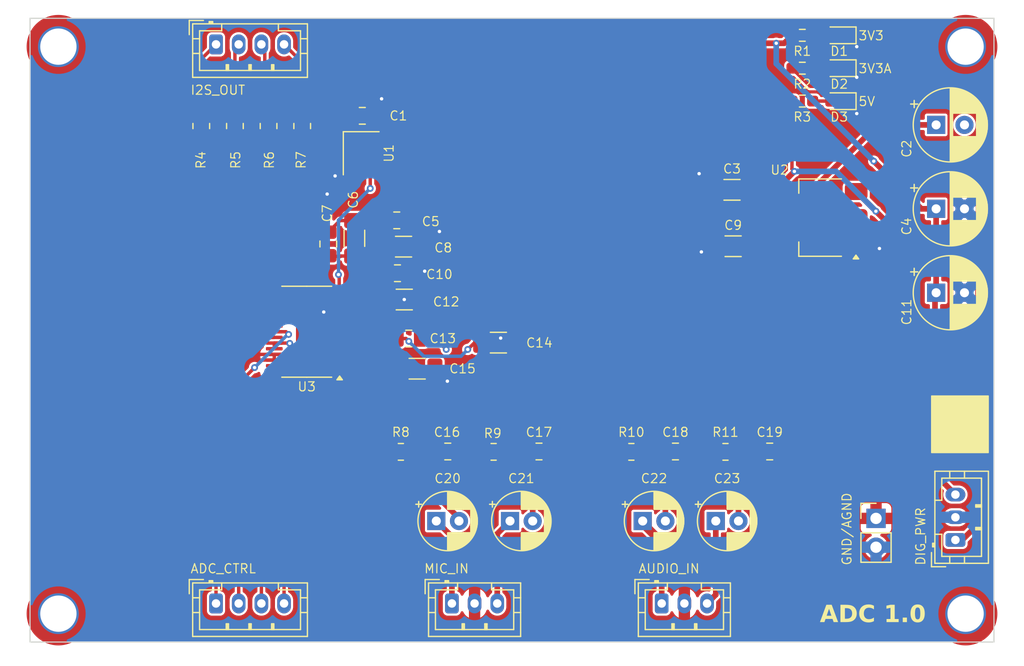
<source format=kicad_pcb>
(kicad_pcb (version 20240108) (generator "pcbnew") (generator_version "8.0")
  (layers (0 "F.Cu" signal) (31 "B.Cu" signal) (34 "B.Paste" user) (35 "F.Paste" user) (36 "B.SilkS" user "B.Silkscreen") (37 "F.SilkS" user "F.Silkscreen") (38 "B.Mask" user) (39 "F.Mask" user) (44 "Edge.Cuts" user))
  (net 0 "")
  (net 1 "GND")
  (net 2 "AGND")
  (net 3 "3V3")
  (net 4 "RIGHT_IN")
  (net 5 "LEFT_IN")
  (net 6 "5V")
  (net 7 "I2S_DATA_OUT")
  (net 8 "I2S_MCLK_OUT")
  (net 9 "I2S_BCLK_OUT")
  (net 10 "SDA")
  (net 11 "SCL")
  (net 12 "3V3A")
  (net 13 "LDO")
  (net 14 "VREF")
  (net 15 "INT")
  (net 16 "I2S_LRCLK_OUT")
  (net 17 "Net-(D1-A)")
  (net 18 "Net-(C20-Pad2)")
  (net 19 "ADC_INT")
  (net 20 "ADC_GPIO1")
  (net 21 "GNDA")
  (net 22 "Net-(D2-A)")
  (net 23 "Net-(D3-A)")
  (net 24 "SCLKI")
  (net 25 "MIC_LEFT_IN")
  (net 26 "Net-(C21-Pad2)")
  (net 27 "Net-(C22-Pad2)")
  (net 28 "MIC_RIGHT_IN")
  (net 29 "Net-(U3-VINL2)")
  (net 30 "Net-(U3-VINR2)")
  (net 31 "Net-(U3-VINL1)")
  (net 32 "Net-(U3-VINR1)")
  (net 33 "Net-(C23-Pad2)")
  (net 34 "Net-(U3-MOSI{slash}GPIO0{slash}DMIN2)")
  (net 35 "Net-(U3-BCLK)")
  (net 36 "Net-(U3-LRCLK)")
  (net 37 "Net-(U3-DOUT)")
  (footprint "Connector_PinHeader_2.54mm:PinHeader_1x02_P2.54mm_Vertical" (layer "F.Cu") (at 161.0364 105.265)
    (property "Reference" "J2" (hide yes))
    (property "Value" "Conn_01x02_Male")
    (pad "1" thru_hole rect (at 0 0) (size 1.7 1.7) (drill 1) (layers "*.Cu" "*.Mask") (net 2 "AGND"))
    (pad "2" thru_hole oval (at 0 2.54) (size 1.7 1.7) (drill 1) (layers "*.Cu" "*.Mask") (net 1 "GND"))
  )
  (footprint "Connector_JST:JST_PH_B3B-PH-K_1x03_P2.00mm_Vertical" (layer "F.Cu") (at 142.1364 112.765)
    (property "Reference" "J6" (hide yes))
    (property "Value" "Conn_01x03_Pin")
    (pad "1" thru_hole roundrect (at 0 0) (size 1.2 1.75) (drill 0.75) (layers "*.Cu" "*.Mask") (roundrect_rratio 0.208333) (net 5 "LEFT_IN"))
    (pad "2" thru_hole oval (at 2 0) (size 1.2 1.75) (drill 0.75) (layers "*.Cu" "*.Mask") (net 2 "AGND"))
    (pad "3" thru_hole oval (at 4 0) (size 1.2 1.75) (drill 0.75) (layers "*.Cu" "*.Mask") (net 4 "RIGHT_IN"))
  )
  (footprint "Capacitor_SMD:C_1206_3216Metric_Pad1.33x1.80mm_HandSolder" (layer "F.Cu") (at 119.3739 81.3025)
    (property "Reference" "C8" (at 3.5 0.1 0) (layer "F.SilkS") (effects (font (size 0.8 0.8) (thickness 0.1))))
    (property "Value" "10u")
    (pad "1" smd roundrect (at -1.5625 0) (size 1.325 1.8) (layers "F.Cu" "F.Paste" "F.Mask") (roundrect_rratio 0.188679) (net 3 "3V3"))
    (pad "2" smd roundrect (at 1.5625 0) (size 1.325 1.8) (layers "F.Cu" "F.Paste" "F.Mask") (roundrect_rratio 0.188679) (net 1 "GND"))
  )
  (footprint "MountingHole:MountingHole_3.2mm_M3_DIN965_Pad_TopOnly" (layer "F.Cu") (at 168.9364 113.665)
    (property "Reference" "H4" (hide yes))
    (property "Value" "MountingHole")
    (pad "1" thru_hole circle (at 0 0) (size 3.6 3.6) (drill 3.2) (layers "*.Cu" "*.Mask"))
    (pad "1" connect circle (at 0 0) (size 5.6 5.6) (layers "F.Cu" "F.Mask"))
  )
  (footprint "Resistor_SMD:R_0603_1608Metric_Pad0.98x0.95mm_HandSolder" (layer "F.Cu") (at 154.5364 65.565 180)
    (property "Reference" "R2" (at 0 -1.4 0) (layer "F.SilkS") (effects (font (size 0.8 0.8) (thickness 0.1))))
    (property "Value" "650R")
    (pad "1" smd roundrect (at -0.9125 0 180) (size 0.975 0.95) (layers "F.Cu" "F.Paste" "F.Mask") (net 22 "Net-(D2-A)"))
    (pad "2" smd roundrect (at 0.9125 0 180) (size 0.975 0.95) (layers "F.Cu" "F.Paste" "F.Mask") (net 12 "3V3A"))
  )
  (footprint "Package_TO_SOT_SMD:SOT-223-3_TabPin2" (layer "F.Cu") (at 156.1364 78.74 180)
    (property "Reference" "U2" (at 3.6 4.2 0) (layer "F.SilkS") (effects (font (size 0.8 0.8) (thickness 0.1))))
    (property "Value" "ZLDO1117QG33TA")
    (pad "1" smd roundrect (at -3.15 -2.3 180) (size 2 1.5) (layers "F.Cu" "F.Paste" "F.Mask") (net 1 "GND"))
    (pad "2" smd roundrect (at -3.15 0 180) (size 2 1.5) (layers "F.Cu" "F.Paste" "F.Mask") (net 12 "3V3A"))
    (pad "2" smd roundrect (at 3.15 0 180) (size 2 3.8) (layers "F.Cu" "F.Paste" "F.Mask") (net 12 "3V3A"))
    (pad "3" smd roundrect (at -3.15 2.3 180) (size 2 1.5) (layers "F.Cu" "F.Paste" "F.Mask") (net 6 "5V"))
  )
  (footprint "Capacitor_SMD:C_0805_2012Metric_Pad1.18x1.45mm_HandSolder" (layer "F.Cu") (at 131.316512 99.365)
    (property "Reference" "C17" (at 0 -1.7 360) (layer "F.SilkS") (effects (font (size 0.8 0.8) (thickness 0.1))))
    (property "Value" "10n C0G")
    (pad "1" smd roundrect (at -1.0375 0) (size 1.175 1.45) (layers "F.Cu" "F.Paste" "F.Mask") (roundrect_rratio 0.212766) (net 30 "Net-(U3-VINR2)"))
    (pad "2" smd roundrect (at 1.0375 0) (size 1.175 1.45) (layers "F.Cu" "F.Paste" "F.Mask") (roundrect_rratio 0.212766) (net 2 "AGND"))
  )
  (footprint "Capacitor_THT:CP_Radial_D5.0mm_P2.00mm" (layer "F.Cu") (at 146.906288 105.495)
    (property "Reference" "C23" (at 1 -3.75 0) (layer "F.SilkS") (effects (font (size 0.8 0.8) (thickness 0.1))))
    (property "Value" "10u NICHICON 25V")
    (pad "1" thru_hole rect (at 0 0) (size 1.6 1.6) (drill 0.8) (layers "*.Cu" "*.Mask") (net 4 "RIGHT_IN"))
    (pad "2" thru_hole circle (at 2 0) (size 1.6 1.6) (drill 0.8) (layers "*.Cu" "*.Mask") (net 33 "Net-(C23-Pad2)"))
  )
  (footprint "Resistor_SMD:R_0603_1608Metric_Pad0.98x0.95mm_HandSolder" (layer "F.Cu") (at 154.5364 62.665 180)
    (property "Reference" "R1" (at 0 -1.4 0) (layer "F.SilkS") (effects (font (size 0.8 0.8) (thickness 0.1))))
    (property "Value" "150R")
    (pad "1" smd roundrect (at -0.9125 0 180) (size 0.975 0.95) (layers "F.Cu" "F.Paste" "F.Mask") (net 17 "Net-(D1-A)"))
    (pad "2" smd roundrect (at 0.9125 0 180) (size 0.975 0.95) (layers "F.Cu" "F.Paste" "F.Mask") (net 3 "3V3"))
  )
  (footprint "Oscillator:Oscillator_SMD_Abracon_ASE-4Pin_3.2x2.5mm" (layer "F.Cu") (at 115.6364 73.065 -90)
    (property "Reference" "U1" (at 0 -2.45 90) (layer "F.SilkS") (effects (font (size 0.8 0.8) (thickness 0.1))))
    (property "Value" "ASDMB-xxxMHz")
    (pad "1" smd rect (at -1.05 0.825 270) (size 1.3 1.1) (layers "F.Cu" "F.Paste" "F.Mask") (net 3 "3V3"))
    (pad "2" smd rect (at 1.05 0.825 270) (size 1.3 1.1) (layers "F.Cu" "F.Paste" "F.Mask") (net 1 "GND"))
    (pad "3" smd rect (at 1.05 -0.825 270) (size 1.3 1.1) (layers "F.Cu" "F.Paste" "F.Mask") (net 24 "SCLKI"))
    (pad "4" smd rect (at -1.05 -0.825 270) (size 1.3 1.1) (layers "F.Cu" "F.Paste" "F.Mask") (net 3 "3V3"))
  )
  (footprint "Capacitor_SMD:C_0805_2012Metric_Pad1.18x1.45mm_HandSolder" (layer "F.Cu") (at 151.6614 99.365)
    (property "Reference" "C19" (at 0 -1.7 0) (layer "F.SilkS") (effects (font (size 0.8 0.8) (thickness 0.1))))
    (property "Value" "10n C0G")
    (pad "1" smd roundrect (at -1.0375 0) (size 1.175 1.45) (layers "F.Cu" "F.Paste" "F.Mask") (roundrect_rratio 0.212766) (net 32 "Net-(U3-VINR1)"))
    (pad "2" smd roundrect (at 1.0375 0) (size 1.175 1.45) (layers "F.Cu" "F.Paste" "F.Mask") (roundrect_rratio 0.212766) (net 2 "AGND"))
  )
  (footprint "Capacitor_SMD:C_1206_3216Metric_Pad1.33x1.80mm_HandSolder" (layer "F.Cu") (at 115.0364 80.565 90)
    (property "Reference" "C6" (at 3.4 -0.1 90) (layer "F.SilkS") (effects (font (size 0.8 0.8) (thickness 0.1))))
    (property "Value" "10u")
    (pad "1" smd roundrect (at -1.5625 0 90) (size 1.325 1.8) (layers "F.Cu" "F.Paste" "F.Mask") (roundrect_rratio 0.188679) (net 3 "3V3"))
    (pad "2" smd roundrect (at 1.5625 0 90) (size 1.325 1.8) (layers "F.Cu" "F.Paste" "F.Mask") (roundrect_rratio 0.188679) (net 1 "GND"))
  )
  (footprint "Capacitor_SMD:C_1206_3216Metric_Pad1.33x1.80mm_HandSolder" (layer "F.Cu") (at 127.7364 89.765)
    (property "Reference" "C14" (at 3.613006 0.021266 0) (layer "F.SilkS") (effects (font (size 0.8 0.8) (thickness 0.1))))
    (property "Value" "10u")
    (pad "1" smd roundrect (at -1.5625 0) (size 1.325 1.8) (layers "F.Cu" "F.Paste" "F.Mask") (roundrect_rratio 0.188679) (net 12 "3V3A"))
    (pad "2" smd roundrect (at 1.5625 0) (size 1.325 1.8) (layers "F.Cu" "F.Paste" "F.Mask") (roundrect_rratio 0.188679) (net 1 "GND"))
  )
  (footprint "Resistor_SMD:R_0805_2012Metric_Pad1.20x1.40mm_HandSolder" (layer "F.Cu") (at 104.503066 70.665 90)
    (property "Reference" "R5" (at -3 0.066668 90) (layer "F.SilkS") (effects (font (size 0.8 0.8) (thickness 0.1))))
    (property "Value" "22R")
    (pad "1" smd roundrect (at -1 0 90) (size 1.2 1.4) (layers "F.Cu" "F.Paste" "F.Mask") (roundrect_rratio 0.208333) (net 35 "Net-(U3-BCLK)"))
    (pad "2" smd roundrect (at 1 0 90) (size 1.2 1.4) (layers "F.Cu" "F.Paste" "F.Mask") (roundrect_rratio 0.208333) (net 9 "I2S_BCLK_OUT"))
  )
  (footprint "Connector_JST:JST_PH_B3B-PH-K_1x03_P2.00mm_Vertical" (layer "F.Cu") (at 168.0364 107.165 90)
    (property "Reference" "J3" (hide yes))
    (property "Value" "Conn_01x03_Pin")
    (pad "1" thru_hole roundrect (at 0 0 90) (size 1.2 1.75) (drill 0.75) (layers "*.Cu" "*.Mask") (roundrect_rratio 0.208333) (net 3 "3V3"))
    (pad "2" thru_hole oval (at 2 0 90) (size 1.2 1.75) (drill 0.75) (layers "*.Cu" "*.Mask") (net 1 "GND"))
    (pad "3" thru_hole oval (at 4 0 90) (size 1.2 1.75) (drill 0.75) (layers "*.Cu" "*.Mask") (net 6 "5V"))
  )
  (footprint "Capacitor_SMD:C_0805_2012Metric_Pad1.18x1.45mm_HandSolder" (layer "F.Cu") (at 115.7364 69.765)
    (property "Reference" "C1" (at 3.18 0 0) (layer "F.SilkS") (effects (font (size 0.8 0.8) (thickness 0.1))))
    (property "Value" "0.1u")
    (pad "1" smd roundrect (at -1.0375 0) (size 1.175 1.45) (layers "F.Cu" "F.Paste" "F.Mask") (roundrect_rratio 0.212766) (net 3 "3V3"))
    (pad "2" smd roundrect (at 1.0375 0) (size 1.175 1.45) (layers "F.Cu" "F.Paste" "F.Mask") (roundrect_rratio 0.212766) (net 1 "GND"))
  )
  (footprint "Capacitor_THT:CP_Radial_D6.3mm_P2.50mm" (layer "F.Cu") (at 166.3364 77.965)
    (property "Reference" "C4" (at -2.59525 1.55 90) (layer "F.SilkS") (effects (font (size 0.8 0.8) (thickness 0.1))))
    (property "Value" "470u")
    (pad "1" thru_hole rect (at 0 0) (size 1.6 1.6) (drill 0.8) (layers "*.Cu" "*.Mask") (net 3 "3V3"))
    (pad "2" thru_hole circle (at 2.5 0) (size 1.6 1.6) (drill 0.8) (layers "*.Cu" "*.Mask") (net 1 "GND"))
  )
  (footprint "MountingHole:MountingHole_3.2mm_M3_DIN965_Pad_TopOnly" (layer "F.Cu") (at 88.9364 63.665)
    (property "Reference" "H1" (hide yes))
    (property "Value" "MountingHole")
    (pad "1" thru_hole circle (at 0 0) (size 3.6 3.6) (drill 3.2) (layers "*.Cu" "*.Mask"))
    (pad "1" connect circle (at 0 0) (size 5.6 5.6) (layers "F.Cu" "F.Mask"))
  )
  (footprint "Connector_JST:JST_PH_B4B-PH-K_1x04_P2.00mm_Vertical" (layer "F.Cu") (at 102.8364 63.465)
    (property "Reference" "J1" (hide yes))
    (property "Value" "Conn_01x04_Pin")
    (pad "1" thru_hole roundrect (at 0 0) (size 1.2 1.75) (drill 0.75) (layers "*.Cu" "*.Mask") (roundrect_rratio 0.208333) (net 8 "I2S_MCLK_OUT"))
    (pad "2" thru_hole oval (at 2 0) (size 1.2 1.75) (drill 0.75) (layers "*.Cu" "*.Mask") (net 9 "I2S_BCLK_OUT"))
    (pad "3" thru_hole oval (at 4 0) (size 1.2 1.75) (drill 0.75) (layers "*.Cu" "*.Mask") (net 16 "I2S_LRCLK_OUT"))
    (pad "4" thru_hole oval (at 6 0) (size 1.2 1.75) (drill 0.75) (layers "*.Cu" "*.Mask") (net 7 "I2S_DATA_OUT"))
  )
  (footprint "Resistor_SMD:R_0805_2012Metric_Pad1.20x1.40mm_HandSolder" (layer "F.Cu") (at 101.5364 70.665 90)
    (property "Reference" "R4" (at -3 -0.033332 90) (layer "F.SilkS") (effects (font (size 0.8 0.8) (thickness 0.1))))
    (property "Value" "22R")
    (pad "1" smd roundrect (at -1 0 90) (size 1.2 1.4) (layers "F.Cu" "F.Paste" "F.Mask") (roundrect_rratio 0.208333) (net 34 "Net-(U3-MOSI{slash}GPIO0{slash}DMIN2)"))
    (pad "2" smd roundrect (at 1 0 90) (size 1.2 1.4) (layers "F.Cu" "F.Paste" "F.Mask") (roundrect_rratio 0.208333) (net 8 "I2S_MCLK_OUT"))
  )
  (footprint "Capacitor_THT:CP_Radial_D5.0mm_P2.00mm" (layer "F.Cu") (at 122.2614 105.495)
    (property "Reference" "C20" (at 1 -3.75 360) (layer "F.SilkS") (effects (font (size 0.8 0.8) (thickness 0.1))))
    (property "Value" "10u NICHICON 25V")
    (pad "1" thru_hole rect (at 0 0) (size 1.6 1.6) (drill 0.8) (layers "*.Cu" "*.Mask") (net 25 "MIC_LEFT_IN"))
    (pad "2" thru_hole circle (at 2 0) (size 1.6 1.6) (drill 0.8) (layers "*.Cu" "*.Mask") (net 18 "Net-(C20-Pad2)"))
  )
  (footprint "Capacitor_SMD:C_0805_2012Metric_Pad1.18x1.45mm_HandSolder" (layer "F.Cu") (at 112.7364 81.065 90)
    (property "Reference" "C7" (at 2.7 -0.1 90) (layer "F.SilkS") (effects (font (size 0.8 0.8) (thickness 0.1))))
    (property "Value" "0.1u")
    (pad "1" smd roundrect (at -1.0375 0 90) (size 1.175 1.45) (layers "F.Cu" "F.Paste" "F.Mask") (roundrect_rratio 0.212766) (net 3 "3V3"))
    (pad "2" smd roundrect (at 1.0375 0 90) (size 1.175 1.45) (layers "F.Cu" "F.Paste" "F.Mask") (roundrect_rratio 0.212766) (net 1 "GND"))
  )
  (footprint "Resistor_SMD:R_0805_2012Metric_Pad1.20x1.40mm_HandSolder" (layer "F.Cu") (at 139.4614 99.395)
    (property "Reference" "R10" (at 0 -1.73 0) (layer "F.SilkS") (effects (font (size 0.8 0.8) (thickness 0.1))))
    (property "Value" "100R")
    (pad "1" smd roundrect (at -1 0) (size 1.2 1.4) (layers "F.Cu" "F.Paste" "F.Mask") (roundrect_rratio 0.208333) (net 27 "Net-(C22-Pad2)"))
    (pad "2" smd roundrect (at 1 0) (size 1.2 1.4) (layers "F.Cu" "F.Paste" "F.Mask") (roundrect_rratio 0.208333) (net 31 "Net-(U3-VINL1)"))
  )
  (footprint "Capacitor_SMD:C_1206_3216Metric_Pad1.33x1.80mm_HandSolder" (layer "F.Cu") (at 119.4364 85.965)
    (property "Reference" "C12" (at 3.7 0.2 0) (layer "F.SilkS") (effects (font (size 0.8 0.8) (thickness 0.1))))
    (property "Value" "10u")
    (pad "1" smd roundrect (at -1.5625 0) (size 1.325 1.8) (layers "F.Cu" "F.Paste" "F.Mask") (roundrect_rratio 0.188679) (net 13 "LDO"))
    (pad "2" smd roundrect (at 1.5625 0) (size 1.325 1.8) (layers "F.Cu" "F.Paste" "F.Mask") (roundrect_rratio 0.188679) (net 1 "GND"))
  )
  (footprint "Capacitor_SMD:C_1206_3216Metric_Pad1.33x1.80mm_HandSolder" (layer "F.Cu") (at 148.3364 76.29)
    (property "Reference" "C3" (at 0 -1.85 0) (layer "F.SilkS") (effects (font (size 0.8 0.8) (thickness 0.1))))
    (property "Value" "10u")
    (pad "1" smd roundrect (at -1.5625 0) (size 1.325 1.8) (layers "F.Cu" "F.Paste" "F.Mask") (roundrect_rratio 0.188679) (net 1 "GND"))
    (pad "2" smd roundrect (at 1.5625 0) (size 1.325 1.8) (layers "F.Cu" "F.Paste" "F.Mask") (roundrect_rratio 0.188679) (net 6 "5V"))
  )
  (footprint "Capacitor_SMD:C_1206_3216Metric_Pad1.33x1.80mm_HandSolder" (layer "F.Cu") (at 148.4364 81.265)
    (property "Reference" "C9" (at 0 -1.85 0) (layer "F.SilkS") (effects (font (size 0.8 0.8) (thickness 0.1))))
    (property "Value" "10u")
    (pad "1" smd roundrect (at -1.5625 0) (size 1.325 1.8) (layers "F.Cu" "F.Paste" "F.Mask") (roundrect_rratio 0.188679) (net 1 "GND"))
    (pad "2" smd roundrect (at 1.5625 0) (size 1.325 1.8) (layers "F.Cu" "F.Paste" "F.Mask") (roundrect_rratio 0.188679) (net 12 "3V3A"))
  )
  (footprint "LED_SMD:LED_0603_1608Metric" (layer "F.Cu") (at 157.789692 62.665 180)
    (property "Reference" "D1" (at 0 -1.4 0) (layer "F.SilkS") (effects (font (size 0.8 0.8) (thickness 0.1))))
    (property "Value" "BLUE")
    (pad "1" smd roundrect (at -0.7875 0 180) (size 0.875 0.95) (layers "F.Cu" "F.Paste" "F.Mask") (net 1 "GND"))
    (pad "2" smd roundrect (at 0.7875 0 180) (size 0.875 0.95) (layers "F.Cu" "F.Paste" "F.Mask") (net 17 "Net-(D1-A)"))
  )
  (footprint "Resistor_SMD:R_0805_2012Metric_Pad1.20x1.40mm_HandSolder" (layer "F.Cu") (at 119.1364 99.395)
    (property "Reference" "R8" (at 0 -1.73 360) (layer "F.SilkS") (effects (font (size 0.8 0.8) (thickness 0.1))))
    (property "Value" "100R")
    (pad "1" smd roundrect (at -1 0) (size 1.2 1.4) (layers "F.Cu" "F.Paste" "F.Mask") (roundrect_rratio 0.208333) (net 18 "Net-(C20-Pad2)"))
    (pad "2" smd roundrect (at 1 0) (size 1.2 1.4) (layers "F.Cu" "F.Paste" "F.Mask") (roundrect_rratio 0.208333) (net 29 "Net-(U3-VINL2)"))
  )
  (footprint "Resistor_SMD:R_0805_2012Metric_Pad1.20x1.40mm_HandSolder" (layer "F.Cu") (at 107.469732 70.665 90)
    (property "Reference" "R6" (at -3 0.066668 90) (layer "F.SilkS") (effects (font (size 0.8 0.8) (thickness 0.1))))
    (property "Value" "22R")
    (pad "1" smd roundrect (at -1 0 90) (size 1.2 1.4) (layers "F.Cu" "F.Paste" "F.Mask") (roundrect_rratio 0.208333) (net 36 "Net-(U3-LRCLK)"))
    (pad "2" smd roundrect (at 1 0 90) (size 1.2 1.4) (layers "F.Cu" "F.Paste" "F.Mask") (roundrect_rratio 0.208333) (net 16 "I2S_LRCLK_OUT"))
  )
  (footprint "Capacitor_SMD:C_1206_3216Metric_Pad1.33x1.80mm_HandSolder" (layer "F.Cu") (at 120.5739 92.065)
    (property "Reference" "C15" (at 4 0 0) (layer "F.SilkS") (effects (font (size 0.8 0.8) (thickness 0.1))))
    (property "Value" "1u")
    (pad "1" smd roundrect (at -1.5625 0) (size 1.325 1.8) (layers "F.Cu" "F.Paste" "F.Mask") (roundrect_rratio 0.188679) (net 14 "VREF"))
    (pad "2" smd roundrect (at 1.5625 0) (size 1.325 1.8) (layers "F.Cu" "F.Paste" "F.Mask") (roundrect_rratio 0.188679) (net 1 "GND"))
  )
  (footprint "Connector_JST:JST_PH_B3B-PH-K_1x03_P2.00mm_Vertical" (layer "F.Cu") (at 123.6364 112.765)
    (property "Reference" "J5" (hide yes))
    (property "Value" "Conn_01x03_Pin")
    (pad "1" thru_hole roundrect (at 0 0) (size 1.2 1.75) (drill 0.75) (layers "*.Cu" "*.Mask") (roundrect_rratio 0.208333) (net 25 "MIC_LEFT_IN"))
    (pad "2" thru_hole oval (at 2 0) (size 1.2 1.75) (drill 0.75) (layers "*.Cu" "*.Mask") (net 2 "AGND"))
    (pad "3" thru_hole oval (at 4 0) (size 1.2 1.75) (drill 0.75) (layers "*.Cu" "*.Mask") (net 28 "MIC_RIGHT_IN"))
  )
  (footprint "Capacitor_THT:CP_Radial_D6.3mm_P2.50mm" (layer "F.Cu") (at 166.3364 70.565)
    (property "Reference" "C2" (at -2.59525 2.1 90) (layer "F.SilkS") (effects (font (size 0.8 0.8) (thickness 0.1))))
    (property "Value" "470u")
    (pad "1" thru_hole rect (at 0 0) (size 1.6 1.6) (drill 0.8) (layers "*.Cu" "*.Mask") (net 12 "3V3A"))
    (pad "2" thru_hole circle (at 2.5 0) (size 1.6 1.6) (drill 0.8) (layers "*.Cu" "*.Mask") (net 21 "GNDA"))
  )
  (footprint "LED_SMD:LED_0603_1608Metric" (layer "F.Cu") (at 157.789692 65.565 180)
    (property "Reference" "D2" (at 0 -1.4 0) (layer "F.SilkS") (effects (font (size 0.8 0.8) (thickness 0.1))))
    (property "Value" "YELLOW")
    (pad "1" smd roundrect (at -0.7875 0 180) (size 0.875 0.95) (layers "F.Cu" "F.Paste" "F.Mask") (net 1 "GND"))
    (pad "2" smd roundrect (at 0.7875 0 180) (size 0.875 0.95) (layers "F.Cu" "F.Paste" "F.Mask") (net 22 "Net-(D2-A)"))
  )
  (footprint "LED_SMD:LED_0603_1608Metric" (layer "F.Cu") (at 157.789692 68.475 180)
    (property "Reference" "D3" (at 0 -1.39 0) (layer "F.SilkS") (effects (font (size 0.8 0.8) (thickness 0.1))))
    (property "Value" "BLUE")
    (pad "1" smd roundrect (at -0.7875 0 180) (size 0.875 0.95) (layers "F.Cu" "F.Paste" "F.Mask") (net 1 "GND"))
    (pad "2" smd roundrect (at 0.7875 0 180) (size 0.875 0.95) (layers "F.Cu" "F.Paste" "F.Mask") (net 23 "Net-(D3-A)"))
  )
  (footprint "Capacitor_THT:CP_Radial_D5.0mm_P2.00mm" (layer "F.Cu") (at 128.7614 105.495)
    (property "Reference" "C21" (at 1 -3.75 360) (layer "F.SilkS") (effects (font (size 0.8 0.8) (thickness 0.1))))
    (property "Value" "10u NICHICON 25V")
    (pad "1" thru_hole rect (at 0 0) (size 1.6 1.6) (drill 0.8) (layers "*.Cu" "*.Mask") (net 28 "MIC_RIGHT_IN"))
    (pad "2" thru_hole circle (at 2 0) (size 1.6 1.6) (drill 0.8) (layers "*.Cu" "*.Mask") (net 26 "Net-(C21-Pad2)"))
  )
  (footprint "Resistor_SMD:R_0603_1608Metric_Pad0.98x0.95mm_HandSolder" (layer "F.Cu") (at 154.5364 68.465 180)
    (property "Reference" "R3" (at 0 -1.4 0) (layer "F.SilkS") (effects (font (size 0.8 0.8) (thickness 0.1))))
    (property "Value" "1.3K")
    (pad "1" smd roundrect (at -0.9125 0 180) (size 0.975 0.95) (layers "F.Cu" "F.Paste" "F.Mask") (net 23 "Net-(D3-A)"))
    (pad "2" smd roundrect (at 0.9125 0 180) (size 0.975 0.95) (layers "F.Cu" "F.Paste" "F.Mask") (net 6 "5V"))
  )
  (footprint "Resistor_SMD:R_0805_2012Metric_Pad1.20x1.40mm_HandSolder" (layer "F.Cu") (at 147.7614 99.395)
    (property "Reference" "R11" (at 0 -1.73 0) (layer "F.SilkS") (effects (font (size 0.8 0.8) (thickness 0.1))))
    (property "Value" "100R")
    (pad "1" smd roundrect (at -1 0) (size 1.2 1.4) (layers "F.Cu" "F.Paste" "F.Mask") (roundrect_rratio 0.208333) (net 33 "Net-(C23-Pad2)"))
    (pad "2" smd roundrect (at 1 0) (size 1.2 1.4) (layers "F.Cu" "F.Paste" "F.Mask") (roundrect_rratio 0.208333) (net 32 "Net-(U3-VINR1)"))
  )
  (footprint "Resistor_SMD:R_0805_2012Metric_Pad1.20x1.40mm_HandSolder" (layer "F.Cu") (at 127.316512 99.395)
    (property "Reference" "R9" (at -0.080112 -1.63 0) (layer "F.SilkS") (effects (font (size 0.8 0.8) (thickness 0.1))))
    (property "Value" "100R")
    (pad "1" smd roundrect (at -1 0) (size 1.2 1.4) (layers "F.Cu" "F.Paste" "F.Mask") (roundrect_rratio 0.208333) (net 26 "Net-(C21-Pad2)"))
    (pad "2" smd roundrect (at 1 0) (size 1.2 1.4) (layers "F.Cu" "F.Paste" "F.Mask") (roundrect_rratio 0.208333) (net 30 "Net-(U3-VINR2)"))
  )
  (footprint "Capacitor_SMD:C_0805_2012Metric_Pad1.18x1.45mm_HandSolder" (layer "F.Cu") (at 118.8364 83.645)
    (property "Reference" "C10" (at 3.7 0.1 0) (layer "F.SilkS") (effects (font (size 0.8 0.8) (thickness 0.1))))
    (property "Value" "0.1u")
    (pad "1" smd roundrect (at -1.0375 0) (size 1.175 1.45) (layers "F.Cu" "F.Paste" "F.Mask") (roundrect_rratio 0.212766) (net 13 "LDO"))
    (pad "2" smd roundrect (at 1.0375 0) (size 1.175 1.45) (layers "F.Cu" "F.Paste" "F.Mask") (roundrect_rratio 0.212766) (net 1 "GND"))
  )
  (footprint "MountingHole:MountingHole_3.2mm_M3_DIN965_Pad_TopOnly" (layer "F.Cu") (at 88.9364 113.665)
    (property "Reference" "H3" (hide yes))
    (property "Value" "MountingHole")
    (pad "1" thru_hole circle (at 0 0) (size 3.6 3.6) (drill 3.2) (layers "*.Cu" "*.Mask"))
    (pad "1" connect circle (at 0 0) (size 5.6 5.6) (layers "F.Cu" "F.Mask"))
  )
  (footprint "Capacitor_SMD:C_0805_2012Metric_Pad1.18x1.45mm_HandSolder" (layer "F.Cu") (at 143.3489 99.365 180)
    (property "Reference" "C18" (at 0 1.7 0) (layer "F.SilkS") (effects (font (size 0.8 0.8) (thickness 0.1))))
    (property "Value" "10n C0G")
    (pad "1" smd roundrect (at -1.0375 0 180) (size 1.175 1.45) (layers "F.Cu" "F.Paste" "F.Mask") (roundrect_rratio 0.212766) (net 2 "AGND"))
    (pad "2" smd roundrect (at 1.0375 0 180) (size 1.175 1.45) (layers "F.Cu" "F.Paste" "F.Mask") (roundrect_rratio 0.212766) (net 31 "Net-(U3-VINL1)"))
  )
  (footprint "MountingHole:MountingHole_3.2mm_M3_DIN965_Pad_TopOnly" (layer "F.Cu") (at 168.9364 63.665)
    (property "Reference" "H2" (hide yes))
    (property "Value" "MountingHole")
    (pad "1" thru_hole circle (at 0 0) (size 3.6 3.6) (drill 3.2) (layers "*.Cu" "*.Mask"))
    (pad "1" connect circle (at 0 0) (size 5.6 5.6) (layers "F.Cu" "F.Mask"))
  )
  (footprint "Connector_JST:JST_PH_B4B-PH-K_1x04_P2.00mm_Vertical" (layer "F.Cu") (at 102.8364 112.765)
    (property "Reference" "J4" (hide yes))
    (property "Value" "Conn_01x04_Pin")
    (pad "1" thru_hole roundrect (at 0 0) (size 1.2 1.75) (drill 0.75) (layers "*.Cu" "*.Mask") (roundrect_rratio 0.208333) (net 11 "SCL"))
    (pad "2" thru_hole oval (at 2 0) (size 1.2 1.75) (drill 0.75) (layers "*.Cu" "*.Mask") (net 10 "SDA"))
    (pad "3" thru_hole oval (at 4 0) (size 1.2 1.75) (drill 0.75) (layers "*.Cu" "*.Mask") (net 20 "ADC_GPIO1"))
    (pad "4" thru_hole oval (at 6 0) (size 1.2 1.75) (drill 0.75) (layers "*.Cu" "*.Mask") (net 19 "ADC_INT"))
  )
  (footprint "Capacitor_SMD:C_0805_2012Metric_Pad1.18x1.45mm_HandSolder" (layer "F.Cu") (at 123.2739 99.365 180)
    (property "Reference" "C16" (at 0.0625 1.7 0) (layer "F.SilkS") (effects (font (size 0.8 0.8) (thickness 0.1))))
    (property "Value" "10n C0G")
    (pad "1" smd roundrect (at -1.0375 0 180) (size 1.175 1.45) (layers "F.Cu" "F.Paste" "F.Mask") (roundrect_rratio 0.212766) (net 2 "AGND"))
    (pad "2" smd roundrect (at 1.0375 0 180) (size 1.175 1.45) (layers "F.Cu" "F.Paste" "F.Mask") (roundrect_rratio 0.212766) (net 29 "Net-(U3-VINL2)"))
  )
  (footprint "Package_SO:TSSOP-30_4.4x7.8mm_P0.5mm" (layer "F.Cu") (at 110.8364 88.8025 180)
    (property "Reference" "U3" (at 0 -4.85 0) (layer "F.SilkS") (effects (font (size 0.8 0.8) (thickness 0.1))))
    (property "Value" "PCM1863")
    (pad "1" smd roundrect (at -2.8625 -3.5 180) (size 1.475 0.3) (layers "F.Cu" "F.Paste" "F.Mask") (net 29 "Net-(U3-VINL2)"))
    (pad "2" smd roundrect (at -2.8625 -3 180) (size 1.475 0.3) (layers "F.Cu" "F.Paste" "F.Mask") (net 30 "Net-(U3-VINR2)"))
    (pad "3" smd roundrect (at -2.8625 -2.5 180) (size 1.475 0.3) (layers "F.Cu" "F.Paste" "F.Mask") (net 31 "Net-(U3-VINL1)"))
    (pad "4" smd roundrect (at -2.8625 -2 180) (size 1.475 0.3) (layers "F.Cu" "F.Paste" "F.Mask") (net 32 "Net-(U3-VINR1)"))
    (pad "5" smd roundrect (at -2.8625 -1.5 180) (size 1.475 0.3) (layers "F.Cu" "F.Paste" "F.Mask"))
    (pad "6" smd roundrect (at -2.8625 -1 180) (size 1.475 0.3) (layers "F.Cu" "F.Paste" "F.Mask") (net 14 "VREF"))
    (pad "7" smd roundrect (at -2.8625 -0.5 180) (size 1.475 0.3) (layers "F.Cu" "F.Paste" "F.Mask") (net 2 "AGND"))
    (pad "8" smd roundrect (at -2.8625 0 180) (size 1.475 0.3) (layers "F.Cu" "F.Paste" "F.Mask") (net 12 "3V3A"))
    (pad "9" smd roundrect (at -2.8625 0.5 180) (size 1.475 0.3) (layers "F.Cu" "F.Paste" "F.Mask"))
    (pad "10" smd roundrect (at -2.8625 1 180) (size 1.475 0.3) (layers "F.Cu" "F.Paste" "F.Mask"))
    (pad "11" smd roundrect (at -2.8625 1.5 180) (size 1.475 0.3) (layers "F.Cu" "F.Paste" "F.Mask") (net 13 "LDO"))
    (pad "12" smd roundrect (at -2.8625 2 180) (size 1.475 0.3) (layers "F.Cu" "F.Paste" "F.Mask") (net 1 "GND"))
    (pad "13" smd roundrect (at -2.8625 2.5 180) (size 1.475 0.3) (layers "F.Cu" "F.Paste" "F.Mask") (net 3 "3V3"))
    (pad "14" smd roundrect (at -2.8625 3 180) (size 1.475 0.3) (layers "F.Cu" "F.Paste" "F.Mask") (net 3 "3V3"))
    (pad "15" smd roundrect (at -2.8625 3.5 180) (size 1.475 0.3) (layers "F.Cu" "F.Paste" "F.Mask") (net 24 "SCLKI"))
    (pad "16" smd roundrect (at 2.8625 3.5 180) (size 1.475 0.3) (layers "F.Cu" "F.Paste" "F.Mask") (net 36 "Net-(U3-LRCLK)"))
    (pad "17" smd roundrect (at 2.8625 3 180) (size 1.475 0.3) (layers "F.Cu" "F.Paste" "F.Mask") (net 35 "Net-(U3-BCLK)"))
    (pad "18" smd roundrect (at 2.8625 2.5 180) (size 1.475 0.3) (layers "F.Cu" "F.Paste" "F.Mask") (net 37 "Net-(U3-DOUT)"))
    (pad "19" smd roundrect (at 2.8625 2 180) (size 1.475 0.3) (layers "F.Cu" "F.Paste" "F.Mask") (net 15 "INT"))
    (pad "20" smd roundrect (at 2.8625 1.5 180) (size 1.475 0.3) (layers "F.Cu" "F.Paste" "F.Mask") (net 19 "ADC_INT"))
    (pad "21" smd roundrect (at 2.8625 1 180) (size 1.475 0.3) (layers "F.Cu" "F.Paste" "F.Mask") (net 20 "ADC_GPIO1"))
    (pad "22" smd roundrect (at 2.8625 0.5 180) (size 1.475 0.3) (layers "F.Cu" "F.Paste" "F.Mask") (net 34 "Net-(U3-MOSI{slash}GPIO0{slash}DMIN2)"))
    (pad "23" smd roundrect (at 2.8625 0 180) (size 1.475 0.3) (layers "F.Cu" "F.Paste" "F.Mask") (net 10 "SDA"))
    (pad "24" smd roundrect (at 2.8625 -0.5 180) (size 1.475 0.3) (layers "F.Cu" "F.Paste" "F.Mask") (net 11 "SCL"))
    (pad "25" smd roundrect (at 2.8625 -1 180) (size 1.475 0.3) (layers "F.Cu" "F.Paste" "F.Mask") (net 1 "GND"))
    (pad "26" smd roundrect (at 2.8625 -1.5 180) (size 1.475 0.3) (layers "F.Cu" "F.Paste" "F.Mask") (net 1 "GND"))
    (pad "27" smd roundrect (at 2.8625 -2 180) (size 1.475 0.3) (layers "F.Cu" "F.Paste" "F.Mask") (net 2 "AGND"))
    (pad "28" smd roundrect (at 2.8625 -2.5 180) (size 1.475 0.3) (layers "F.Cu" "F.Paste" "F.Mask") (net 2 "AGND"))
    (pad "29" smd roundrect (at 2.8625 -3 180) (size 1.475 0.3) (layers "F.Cu" "F.Paste" "F.Mask") (net 2 "AGND"))
    (pad "30" smd roundrect (at 2.8625 -3.5 180) (size 1.475 0.3) (layers "F.Cu" "F.Paste" "F.Mask") (net 2 "AGND"))
  )
  (footprint "Resistor_SMD:R_0805_2012Metric_Pad1.20x1.40mm_HandSolder" (layer "F.Cu") (at 110.4364 70.665 90)
    (property "Reference" "R7" (at -3 -0.099999 90) (layer "F.SilkS") (effects (font (size 0.8 0.8) (thickness 0.1))))
    (property "Value" "22R")
    (pad "1" smd roundrect (at -1 0 90) (size 1.2 1.4) (layers "F.Cu" "F.Paste" "F.Mask") (roundrect_rratio 0.208333) (net 37 "Net-(U3-DOUT)"))
    (pad "2" smd roundrect (at 1 0 90) (size 1.2 1.4) (layers "F.Cu" "F.Paste" "F.Mask") (roundrect_rratio 0.208333) (net 7 "I2S_DATA_OUT"))
  )
  (footprint "Capacitor_THT:CP_Radial_D5.0mm_P2.00mm" (layer "F.Cu") (at 140.4614 105.495)
    (property "Reference" "C22" (at 1 -3.75 0) (layer "F.SilkS") (effects (font (size 0.8 0.8) (thickness 0.1))))
    (property "Value" "10u NICHICON 25V")
    (pad "1" thru_hole rect (at 0 0) (size 1.6 1.6) (drill 0.8) (layers "*.Cu" "*.Mask") (net 5 "LEFT_IN"))
    (pad "2" thru_hole circle (at 2 0) (size 1.6 1.6) (drill 0.8) (layers "*.Cu" "*.Mask") (net 27 "Net-(C22-Pad2)"))
  )
  (footprint "Capacitor_SMD:C_0805_2012Metric_Pad1.18x1.45mm_HandSolder" (layer "F.Cu") (at 119.8364 89.4025)
    (property "Reference" "C13" (at 3 0 0) (layer "F.SilkS") (effects (font (size 0.8 0.8) (thickness 0.1))))
    (property "Value" "0.1u")
    (pad "1" smd roundrect (at -1.0375 0) (size 1.175 1.45) (layers "F.Cu" "F.Paste" "F.Mask") (roundrect_rratio 0.212766) (net 12 "3V3A"))
    (pad "2" smd roundrect (at 1.0375 0) (size 1.175 1.45) (layers "F.Cu" "F.Paste" "F.Mask") (roundrect_rratio 0.212766) (net 1 "GND"))
  )
  (footprint "Capacitor_SMD:C_0805_2012Metric_Pad1.18x1.45mm_HandSolder" (layer "F.Cu") (at 118.7739 78.9825)
    (property "Reference" "C5" (at 3 0.1 0) (layer "F.SilkS") (effects (font (size 0.8 0.8) (thickness 0.1))))
    (property "Value" "0.1u")
    (pad "1" smd roundrect (at -1.0375 0) (size 1.175 1.45) (layers "F.Cu" "F.Paste" "F.Mask") (roundrect_rratio 0.212766) (net 3 "3V3"))
    (pad "2" smd roundrect (at 1.0375 0) (size 1.175 1.45) (layers "F.Cu" "F.Paste" "F.Mask") (roundrect_rratio 0.212766) (net 1 "GND"))
  )
  (footprint "Capacitor_THT:CP_Radial_D6.3mm_P2.50mm" (layer "F.Cu") (at 166.3364 85.365)
    (property "Reference" "C11" (at -2.59525 1.7 90) (layer "F.SilkS") (effects (font (size 0.8 0.8) (thickness 0.1))))
    (property "Value" "470u")
    (pad "1" thru_hole rect (at 0 0) (size 1.6 1.6) (drill 0.8) (layers "*.Cu" "*.Mask") (net 6 "5V"))
    (pad "2" thru_hole circle (at 2.5 0) (size 1.6 1.6) (drill 0.8) (layers "*.Cu" "*.Mask") (net 1 "GND"))
  )
  (gr_rect (start 165.9364 94.465) (end 170.9364 99.465) (stroke (width 0.1)) (fill solid) (layer "F.SilkS"))
  (gr_line (start 171.4364 61.165) (end 171.4364 116.165) (stroke (width 0.1)) (layer "Edge.Cuts"))
  (gr_line (start 86.4364 61.165) (end 86.4364 116.165) (stroke (width 0.1)) (layer "Edge.Cuts"))
  (gr_line (start 171.4364 116.165) (end 86.4364 116.165) (stroke (width 0.1)) (layer "Edge.Cuts"))
  (gr_line (start 86.4364 61.165) (end 171.4364 61.165) (stroke (width 0.1)) (layer "Edge.Cuts"))
  (gr_text "AUDIO_IN\n" (at 140.0364 110.165 0) (layer "F.SilkS") (effects (font (size 0.8 0.8) (thickness 0.1)) (justify left bottom)))
  (gr_text "I2S_OUT" (at 100.5364 67.965 0) (layer "F.SilkS") (effects (font (size 0.8 0.8) (thickness 0.1)) (justify left bottom)))
  (gr_text "GND/AGND" (at 158.9364 109.465 90) (layer "F.SilkS") (effects (font (size 0.8 0.8) (thickness 0.1)) (justify left bottom)))
  (gr_text "3V3A\n" (at 159.4364 66.065 0) (layer "F.SilkS") (effects (font (size 0.8 0.8) (thickness 0.1)) (justify left bottom)))
  (gr_text "MIC_IN" (at 121.1364 110.165 0) (layer "F.SilkS") (effects (font (size 0.8 0.8) (thickness 0.1)) (justify left bottom)))
  (gr_text "DIG_PWR" (at 165.4364 109.465 90) (layer "F.SilkS") (effects (font (size 0.8 0.8) (thickness 0.1)) (justify left bottom)))
  (gr_text "5V" (at 159.4364 68.965 0) (layer "F.SilkS") (effects (font (size 0.8 0.8) (thickness 0.1)) (justify left bottom)))
  (gr_text "ADC 1.0" (at 165.4364 114.665 0) (layer "F.SilkS") (effects (font (size 1.5 1.5) (thickness 0.1) (bold yes)) (justify right bottom)))
  (gr_text "ADC_CTRL" (at 100.5364 110.165 0) (layer "F.SilkS") (effects (font (size 0.8 0.8) (thickness 0.1)) (justify left bottom)))
  (gr_text "3V3" (at 159.4364 63.165 0) (layer "F.SilkS") (effects (font (size 0.8 0.8) (thickness 0.1)) (justify left bottom)))
  (segment (start 112.7364 80.0275) (end 112.7364 76.765) (width 0.3) (layer "F.Cu") (net 1))
  (segment (start 109.311417 89.8025) (end 109.3364 89.827483) (width 0.3) (layer "F.Cu") (net 1))
  (segment (start 120.4989 84.2025) (end 121.2364 83.465) (width 0.3) (layer "F.Cu") (net 1))
  (segment (start 120.4789 85.965) (end 119.4364 85.965) (width 0.3) (layer "F.Cu") (net 1))
  (segment (start 129.2989 89.765) (end 128.3364 89.765) (width 0.3) (layer "F.Cu") (net 1))
  (segment (start 114.2864 74.115) (end 113.3364 75.065) (width 0.3) (layer "F.Cu") (net 1))
  (segment (start 116.8489 69.4525) (end 117.3364 68.965) (width 0.3) (layer "F.Cu") (net 1))
  (segment (start 160.9364 81.065) (end 161.3364 81.465) (width 0.3) (layer "F.Cu") (net 1))
  (segment (start 117.3364 68.365) (end 117.4364 68.265) (width 0.3) (layer "F.Cu") (net 1))
  (segment (start 117.3364 68.965) (end 117.3364 68.365) (width 0.3) (layer "F.Cu") (net 1))
  (segment (start 112.7364 76.765) (end 112.6364 76.665) (width 0.3) (layer "F.Cu") (net 1))
  (segment (start 113.7614 79.0025) (end 112.7364 80.0275) (width 0.3) (layer "F.Cu") (net 1))
  (segment (start 121.1989 81.3025) (end 122.5364 79.965) (width 0.3) (layer "F.Cu") (net 1))
  (segment (start 114.8114 74.115) (end 114.2864 74.115) (width 0.3) (layer "F.Cu") (net 1))
  (segment (start 146.7739 76.2025) (end 145.4364 74.865) (width 0.3) (layer "F.Cu") (net 1))
  (segment (start 107.9739 90.3025) (end 107.9739 89.8025) (width 0.3) (layer "F.Cu") (net 1))
  (segment (start 119.8114 80.1775) (end 120.9364 81.3025) (width 0.3) (layer "F.Cu") (net 1))
  (segment (start 146.1364 81.265) (end 145.6364 81.765) (width 0.3) (layer "F.Cu") (net 1))
  (segment (start 112.5989 86.8025) (end 112.3364 87.065) (width 0.3) (layer "F.Cu") (net 1))
  (segment (start 158.577192 68.805792) (end 159.3364 69.565) (width 0.3) (layer "F.Cu") (net 1))
  (segment (start 115.0364 79.0025) (end 113.7614 79.0025) (width 0.3) (layer "F.Cu") (net 1))
  (segment (start 122.1364 92.265) (end 123.0364 93.165) (width 0.3) (layer "F.Cu") (net 1))
  (segment (start 122.6739 89.9025) (end 123.1364 90.365) (width 0.3) (layer "F.Cu") (net 1))
  (segment (start 107.9739 89.8025) (end 109.311417 89.8025) (width 0.3) (layer "F.Cu") (net 1))
  (segment (start 128.3364 89.765) (end 127.9364 89.365) (width 0.3) (layer "F.Cu") (net 1))
  (segment (start 158.577192 65.605792) (end 159.3364 66.365) (width 0.3) (layer "F.Cu") (net 1))
  (segment (start 119.9114 84.2025) (end 120.4989 84.2025) (width 0.3) (layer "F.Cu") (net 1))
  (segment (start 159.2864 81.065) (end 160.9364 81.065) (width 0.3) (layer "F.Cu") (net 1))
  (segment (start 120.8739 89.9025) (end 122.6739 89.9025) (width 0.3) (layer "F.Cu") (net 1))
  (segment (start 113.6989 86.8025) (end 112.5989 86.8025) (width 0.3) (layer "F.Cu") (net 1))
  (segment (start 123.0364 93.165) (end 123.2364 93.165) (width 0.3) (layer "F.Cu") (net 1))
  (segment (start 146.8739 81.265) (end 146.1364 81.265) (width 0.3) (layer "F.Cu") (net 1))
  (segment (start 158.577192 62.905792) (end 159.3364 63.665) (width 0.3) (layer "F.Cu") (net 1))
  (segment (start 158.577192 68.475) (end 158.577192 68.805792) (width 0.3) (layer "F.Cu") (net 1))
  (segment (start 119.8114 78.9825) (end 119.8114 80.1775) (width 0.3) (layer "F.Cu") (net 1))
  (via (at 119.4364 85.965) (size 0.6) (drill 0.3) (layers "F.Cu" "B.Cu") (net 1))
  (via (at 159.3364 63.665) (size 0.6) (drill 0.3) (layers "F.Cu" "B.Cu") (net 1))
  (via (at 123.2364 93.165) (size 0.6) (drill 0.3) (layers "F.Cu" "B.Cu") (net 1))
  (via (at 121.2364 83.465) (size 0.6) (drill 0.3) (layers "F.Cu" "B.Cu") (net 1))
  (via (at 109.3364 89.827483) (size 0.6) (drill 0.3) (layers "F.Cu" "B.Cu") (net 1))
  (via (at 122.5364 79.965) (size 0.6) (drill 0.3) (layers "F.Cu" "B.Cu") (net 1))
  (via (at 112.6364 76.665) (size 0.6) (drill 0.3) (layers "F.Cu" "B.Cu") (net 1))
  (via (at 123.1364 90.365) (size 0.6) (drill 0.3) (layers "F.Cu" "B.Cu") (net 1))
  (via (at 117.4364 68.265) (size 0.6) (drill 0.3) (layers "F.Cu" "B.Cu") (net 1))
  (via (at 113.3364 75.065) (size 0.6) (drill 0.3) (layers "F.Cu" "B.Cu") (net 1))
  (via (at 159.3364 66.365) (size 0.6) (drill 0.3) (layers "F.Cu" "B.Cu") (net 1))
  (via (at 145.6364 81.765) (size 0.6) (drill 0.3) (layers "F.Cu" "B.Cu") (net 1))
  (via (at 127.9364 89.365) (size 0.6) (drill 0.3) (layers "F.Cu" "B.Cu") (net 1))
  (via (at 159.3364 69.565) (size 0.6) (drill 0.3) (layers "F.Cu" "B.Cu") (net 1))
  (via (at 145.4364 74.865) (size 0.6) (drill 0.3) (layers "F.Cu" "B.Cu") (net 1))
  (via (at 112.3364 87.065) (size 0.6) (drill 0.3) (layers "F.Cu" "B.Cu") (net 1))
  (via (at 161.3364 81.465) (size 0.6) (drill 0.3) (layers "F.Cu" "B.Cu") (net 1))
  (segment (start 117.7364 78.9825) (end 117.7364 81.2275) (width 0.3) (layer "F.Cu") (net 3))
  (segment (start 166.3364 77.965) (end 165.0364 77.965) (width 0.5) (layer "F.Cu") (net 3))
  (segment (start 165.0364 77.965) (end 160.8364 73.765) (width 0.5) (layer "F.Cu") (net 3))
  (segment (start 116.4364 82.6775) (end 117.8114 81.3025) (width 0.3) (layer "F.Cu") (net 3))
  (segment (start 114.8114 72.015) (end 114.8114 69.9525) (width 0.3) (layer "F.Cu") (net 3))
  (segment (start 166.3364 79.565) (end 170.0364 83.265) (width 0.5) (layer "F.Cu") (net 3))
  (segment (start 117.7364 73.29) (end 116.4614 72.015) (width 0.3) (layer "F.Cu") (net 3))
  (segment (start 115.0364 85.23491) (end 115.0364 82.1275) (width 0.3) (layer "F.Cu") (net 3))
  (segment (start 152.2364 63.365) (end 133.3539 63.365) (width 0.5) (layer "F.Cu") (net 3))
  (segment (start 114.6989 86.3025) (end 116.4364 84.565) (width 0.3) (layer "F.Cu") (net 3))
  (segment (start 113.6989 86.3025) (end 114.6989 86.3025) (width 0.3) (layer "F.Cu") (net 3))
  (segment (start 114.46881 85.8025) (end 115.0364 85.23491) (width 0.3) (layer "F.Cu") (net 3))
  (segment (start 115.0364 81.6825) (end 117.7364 78.9825) (width 0.3) (layer "F.Cu") (net 3))
  (segment (start 152.9364 63.365) (end 153.1364 63.165) (width 0.5) (layer "F.Cu") (net 3))
  (segment (start 170.0364 83.265) (end 170.0364 105.765) (width 0.5) (layer "F.Cu") (net 3))
  (segment (start 113.6989 85.8025) (end 114.46881 85.8025) (width 0.3) (layer "F.Cu") (net 3))
  (segment (start 166.3364 77.965) (end 166.3364 79.565) (width 0.5) (layer "F.Cu") (net 3))
  (segment (start 114.8114 72.015) (end 116.4614 72.015) (width 0.3) (layer "F.Cu") (net 3))
  (segment (start 116.4364 84.565) (end 116.4364 82.6775) (width 0.3) (layer "F.Cu") (net 3))
  (segment (start 133.3539 63.365) (end 117.7364 78.9825) (width 0.5) (layer "F.Cu") (net 3))
  (segment (start 113.8447 82.1275) (end 115.0364 82.1275) (width 0.3) (layer "F.Cu") (net 3))
  (segment (start 170.0364 105.765) (end 168.6364 107.165) (width 0.5) (layer "F.Cu") (net 3))
  (segment (start 117.7364 78.9825) (end 117.7364 73.29) (width 0.3) (layer "F.Cu") (net 3))
  (segment (start 112.7337 82.1623) (end 113.8099 82.1623) (width 0.3) (layer "F.Cu") (net 3))
  (segment (start 113.8099 82.1623) (end 113.8447 82.1275) (width 0.3) (layer "F.Cu") (net 3))
  (segment (start 152.2364 63.365) (end 152.9364 63.365) (width 0.5) (layer "F.Cu") (net 3))
  (via (at 160.8364 73.765) (size 0.6) (drill 0.3) (layers "F.Cu" "B.Cu") (net 3))
  (via (at 152.2364 63.365) (size 0.6) (drill 0.3) (layers "F.Cu" "B.Cu") (net 3))
  (segment (start 160.8364 73.765) (end 152.2364 65.165) (width 0.5) (layer "B.Cu") (net 3))
  (segment (start 152.2364 65.165) (end 152.2364 63.365) (width 0.5) (layer "B.Cu") (net 3))
  (segment (start 146.906288 111.995112) (end 146.1364 112.765) (width 0.5) (layer "F.Cu") (net 4))
  (segment (start 146.906288 105.495) (end 146.906288 111.995112) (width 0.5) (layer "F.Cu") (net 4))
  (segment (start 141.8614 107.295) (end 140.4614 105.895) (width 0.5) (layer "F.Cu") (net 5))
  (segment (start 142.1364 107.17) (end 140.4614 105.495) (width 0.5) (layer "F.Cu") (net 5))
  (segment (start 142.1364 112.765) (end 142.1364 107.17) (width 0.5) (layer "F.Cu") (net 5))
  (segment (start 166.2364 101.365) (end 166.2364 85.465) (width 0.5) (layer "F.Cu") (net 6))
  (segment (start 153.6239 68.465) (end 153.6239 74.4525) (width 0.3) (layer "F.Cu") (net 6))
  (segment (start 153.6239 74.4525) (end 153.8364 74.665) (width 0.3) (layer "F.Cu") (net 6))
  (segment (start 149.8989 76.29) (end 152.2114 76.29) (width 0.5) (layer "F.Cu") (net 6))
  (segment (start 161.0239 78.1775) (end 159.2864 76.44) (width 0.5) (layer "F.Cu") (net 6))
  (segment (start 166.3364 85.365) (end 166.3364 83.49) (width 0.5) (layer "F.Cu") (net 6))
  (segment (start 166.3364 83.49) (end 161.0239 78.1775) (width 0.5) (layer "F.Cu") (net 6))
  (segment (start 168.0364 103.165) (end 166.2364 101.365) (width 0.5) (layer "F.Cu") (net 6))
  (segment (start 152.2114 76.29) (end 153.8364 74.665) (width 0.5) (layer "F.Cu") (net 6))
  (via (at 153.8364 74.665) (size 0.6) (drill 0.3) (layers "F.Cu" "B.Cu") (net 6))
  (via (at 161.0239 78.1775) (size 0.6) (drill 0.3) (layers "F.Cu" "B.Cu") (net 6))
  (segment (start 153.8364 74.665) (end 157.5114 74.665) (width 0.5) (layer "B.Cu") (net 6))
  (segment (start 157.5114 74.665) (end 161.0239 78.1775) (width 0.5) (layer "B.Cu") (net 6))
  (segment (start 110.4364 69.665) (end 110.4364 65.065) (width 0.3) (layer "F.Cu") (net 7))
  (segment (start 110.4364 65.065) (end 108.8364 63.465) (width 0.3) (layer "F.Cu") (net 7))
  (segment (start 101.5364 69.665) (end 101.5364 64.765) (width 0.3) (layer "F.Cu") (net 8))
  (segment (start 101.5364 64.765) (end 102.8364 63.465) (width 0.3) (layer "F.Cu") (net 8))
  (segment (start 104.503066 69.665) (end 104.503066 63.798334) (width 0.3) (layer "F.Cu") (net 9))
  (segment (start 104.8364 93.365) (end 106.2364 91.965) (width 0.3) (layer "F.Cu") (net 10))
  (segment (start 104.8364 112.765) (end 104.8364 93.365) (width 0.3) (layer "F.Cu") (net 10))
  (segment (start 107.9739 88.8025) (end 108.998403 88.8025) (width 0.3) (layer "F.Cu") (net 10))
  (segment (start 108.998403 88.8025) (end 109.2364 89.040497) (width 0.3) (layer "F.Cu") (net 10))
  (via (at 106.2364 91.965) (size 0.6) (drill 0.3) (layers "F.Cu" "B.Cu") (net 10))
  (via (at 109.2364 89.040497) (size 0.6) (drill 0.3) (layers "F.Cu" "B.Cu") (net 10))
  (segment (start 106.2364 91.965) (end 109.160903 89.040497) (width 0.3) (layer "B.Cu") (net 10))
  (segment (start 109.160903 89.040497) (end 109.2364 89.040497) (width 0.3) (layer "B.Cu") (net 10))
  (segment (start 107.9739 89.3025) (end 105.9989 89.3025) (width 0.3) (layer "F.Cu") (net 11))
  (segment (start 102.8364 92.465) (end 102.8364 112.765) (width 0.3) (layer "F.Cu") (net 11))
  (segment (start 105.9989 89.3025) (end 102.8364 92.465) (width 0.3) (layer "F.Cu") (net 11))
  (segment (start 155.2239 67.165) (end 158.481878 67.165) (width 0.3) (layer "F.Cu") (net 12))
  (segment (start 149.9989 81.265) (end 139.2989 91.965) (width 0.5) (layer "F.Cu") (net 12))
  (segment (start 118.6614 89.265) (end 114.93131 89.265) (width 0.3) (layer "F.Cu") (net 12))
  (segment (start 159.2864 78.74) (end 152.9864 78.74) (width 0.5) (layer "F.Cu") (net 12))
  (segment (start 114.46881 88.8025) (end 113.6989 88.8025) (width 0.3) (layer "F.Cu") (net 12))
  (segment (start 153.6239 65.565) (end 155.2239 67.165) (width 0.3) (layer "F.Cu") (net 12))
  (segment (start 126.1739 89.765) (end 125.6364 89.765) (width 0.3) (layer "F.Cu") (net 12))
  (segment (start 119.8364 89.649722) (end 119.589178 89.4025) (width 0.3) (layer "F.Cu") (net 12))
  (segment (start 139.2989 91.965) (end 128.3739 91.965) (width 0.5) (layer "F.Cu") (net 12))
  (segment (start 161.1614 70.565) (end 152.9864 78.74) (width 0.5) (layer "F.Cu") (net 12))
  (segment (start 125.6364 89.765) (end 125.0364 90.365) (width 0.3) (layer "F.Cu") (net 12))
  (segment (start 158.481878 67.165) (end 161.1614 69.844522) (width 0.3) (layer "F.Cu") (net 12))
  (segment (start 161.1614 69.844522) (end 161.1614 70.565) (width 0.3) (layer "F.Cu") (net 12))
  (segment (start 150.4614 81.265) (end 152.9864 78.74) (width 0.5) (layer "F.Cu") (net 12))
  (segment (start 119.589178 89.4025) (end 118.7989 89.4025) (width 0.3) (layer "F.Cu") (net 12))
  (segment (start 128.3739 91.965) (end 126.1739 89.765) (width 0.5) (layer "F.Cu") (net 12))
  (segment (start 114.93131 89.265) (end 114.46881 88.8025) (width 0.3) (layer "F.Cu") (net 12))
  (segment (start 149.9989 81.265) (end 150.4614 81.265) (width 0.5) (layer "F.Cu") (net 12))
  (segment (start 166.3364 70.565) (end 161.1614 70.565) (width 0.5) (layer "F.Cu") (net 12))
  (via (at 119.8364 89.649722) (size 0.6) (drill 0.3) (layers "F.Cu" "B.Cu") (net 12))
  (via (at 125.0364 90.365) (size 0.6) (drill 0.3) (layers "F.Cu" "B.Cu") (net 12))
  (segment (start 121.151678 90.965) (end 124.4364 90.965) (width 0.3) (layer "B.Cu") (net 12))
  (segment (start 124.4364 90.965) (end 125.0364 90.365) (width 0.3) (layer "B.Cu") (net 12))
  (segment (start 119.8364 89.649722) (end 121.151678 90.965) (width 0.3) (layer "B.Cu") (net 12))
  (segment (start 117.9114 86.5225) (end 117.1314 87.3025) (width 0.3) (layer "F.Cu") (net 13))
  (segment (start 117.8364 84.2025) (end 117.8364 86.4475) (width 0.3) (layer "F.Cu") (net 13))
  (segment (start 117.1314 87.3025) (end 113.6989 87.3025) (width 0.3) (layer "F.Cu") (net 13))
  (segment (start 119.0114 92.065) (end 116.7489 89.8025) (width 0.3) (layer "F.Cu") (net 14))
  (segment (start 116.7489 89.8025) (end 113.6989 89.8025) (width 0.3) (layer "F.Cu") (net 14))
  (segment (start 107.1364 69.331668) (end 107.1364 63.765) (width 0.3) (layer "F.Cu") (net 16))
  (segment (start 155.4489 62.665) (end 157.002192 62.665) (width 0.3) (layer "F.Cu") (net 17))
  (segment (start 118.410234 99.395) (end 118.1364 99.395) (width 0.5) (layer "F.Cu") (net 18))
  (segment (start 124.2614 105.495) (end 124.2614 105.246166) (width 0.5) (layer "F.Cu") (net 18))
  (segment (start 124.2614 105.246166) (end 118.410234 99.395) (width 0.5) (layer "F.Cu") (net 18))
  (segment (start 109.710296 87.3025) (end 110.5364 88.128604) (width 0.3) (layer "F.Cu") (net 19))
  (segment (start 108.8364 95.565) (end 108.8364 112.765) (width 0.3) (layer "F.Cu") (net 19))
  (segment (start 107.9739 87.3025) (end 109.710296 87.3025) (width 0.3) (layer "F.Cu") (net 19))
  (segment (start 110.5364 88.128604) (end 110.5364 93.865) (width 0.3) (layer "F.Cu") (net 19))
  (segment (start 110.5364 93.865) (end 108.8364 95.565) (width 0.3) (layer "F.Cu") (net 19))
  (segment (start 107.9739 87.8025) (end 109.5739 87.8025) (width 0.3) (layer "F.Cu") (net 20))
  (segment (start 106.8364 94.965) (end 106.8364 112.765) (width 0.3) (layer "F.Cu") (net 20))
  (segment (start 110.0364 88.265) (end 110.0364 91.765) (width 0.3) (layer "F.Cu") (net 20))
  (segment (start 109.5739 87.8025) (end 110.0364 88.265) (width 0.3) (layer "F.Cu") (net 20))
  (segment (start 110.0364 91.765) (end 106.8364 94.965) (width 0.3) (layer "F.Cu") (net 20))
  (segment (start 155.4489 65.565) (end 157.002192 65.565) (width 0.3) (layer "F.Cu") (net 22))
  (segment (start 155.4489 68.465) (end 156.992192 68.465) (width 0.3) (layer "F.Cu") (net 23))
  (segment (start 116.4364 76.165) (end 116.4364 74.14) (width 0.3) (layer "F.Cu") (net 24))
  (segment (start 113.6989 83.8275) (end 113.6364 83.765) (width 0.3) (layer "F.Cu") (net 24))
  (segment (start 113.6989 85.3025) (end 113.6989 83.8275) (width 0.3) (layer "F.Cu") (net 24))
  (via (at 113.6364 83.765) (size 0.6) (drill 0.3) (layers "F.Cu" "B.Cu") (net 24))
  (via (at 116.4364 76.165) (size 0.6) (drill 0.3) (layers "F.Cu" "B.Cu") (net 24))
  (segment (start 113.6364 78.965) (end 113.6364 83.765) (width 0.3) (layer "B.Cu") (net 24))
  (segment (start 116.4364 76.165) (end 113.6364 78.965) (width 0.3) (layer "B.Cu") (net 24))
  (segment (start 123.6364 106.87) (end 122.2614 105.495) (width 0.5) (layer "F.Cu") (net 25))
  (segment (start 123.6364 112.765) (end 123.6364 106.87) (width 0.5) (layer "F.Cu") (net 25))
  (segment (start 130.7614 103.839888) (end 126.316512 99.395) (width 0.5) (layer "F.Cu") (net 26))
  (segment (start 130.7614 105.495) (end 130.7614 103.839888) (width 0.5) (layer "F.Cu") (net 26))
  (segment (start 142.4614 105.495) (end 142.4614 103.395) (width 0.5) (layer "F.Cu") (net 27))
  (segment (start 142.4614 103.395) (end 138.4614 99.395) (width 0.5) (layer "F.Cu") (net 27))
  (segment (start 127.6364 112.765) (end 127.6364 106.62) (width 0.5) (layer "F.Cu") (net 28))
  (segment (start 127.6364 106.62) (end 128.7614 105.495) (width 0.5) (layer "F.Cu") (net 28))
  (segment (start 113.6989 92.3025) (end 116.336402 94.940002) (width 0.3) (layer "F.Cu") (net 29))
  (segment (start 116.336402 95.595002) (end 116.336402 95.265) (width 0.5) (layer "F.Cu") (net 29))
  (segment (start 116.336402 94.940002) (end 116.336402 95.265) (width 0.3) (layer "F.Cu") (net 29))
  (segment (start 122.2364 99.365) (end 120.1664 99.365) (width 0.5) (layer "F.Cu") (net 29))
  (segment (start 120.1664 99.365) (end 120.1364 99.395) (width 0.5) (layer "F.Cu") (net 29))
  (segment (start 119.8614 99.395) (end 120.252734 99.395) (width 0.5) (layer "F.Cu") (net 29))
  (segment (start 120.1364 99.395) (end 116.336402 95.595002) (width 0.5) (layer "F.Cu") (net 29))
  (segment (start 113.6989 91.8025) (end 114.46881 91.8025) (width 0.3) (layer "F.Cu") (net 30))
  (segment (start 128.316512 99.395) (end 130.249012 99.395) (width 0.5) (layer "F.Cu") (net 30))
  (segment (start 130.249012 99.395) (end 130.279012 99.365) (width 0.5) (layer "F.Cu") (net 30))
  (segment (start 119.03131 96.365) (end 120.7364 96.365) (width 0.3) (layer "F.Cu") (net 30))
  (segment (start 114.46881 91.8025) (end 119.03131 96.365) (width 0.3) (layer "F.Cu") (net 30))
  (segment (start 128.316512 99.395) (end 125.286512 96.365) (width 0.5) (layer "F.Cu") (net 30))
  (segment (start 125.286512 96.365) (end 120.7364 96.365) (width 0.5) (layer "F.Cu") (net 30))
  (segment (start 136.2314 95.165) (end 120.7364 95.165) (width 0.5) (layer "F.Cu") (net 31))
  (segment (start 115.1739 91.3025) (end 119.0364 95.165) (width 0.3) (layer "F.Cu") (net 31))
  (segment (start 113.6989 91.3025) (end 115.1739 91.3025) (width 0.3) (layer "F.Cu") (net 31))
  (segment (start 140.4614 99.395) (end 136.2314 95.165) (width 0.5) (layer "F.Cu") (net 31))
  (segment (start 140.4614 99.395) (end 142.2814 99.395) (width 0.5) (layer "F.Cu") (net 31))
  (segment (start 119.0364 95.165) (end 120.7364 95.165) (width 0.3) (layer "F.Cu") (net 31))
  (segment (start 143.331399 93.964999) (end 120.936401 93.964999) (width 0.5) (layer "F.Cu") (net 32))
  (segment (start 148.7614 99.395) (end 143.331399 93.964999) (width 0.5) (layer "F.Cu") (net 32))
  (segment (start 119.064155 93.964999) (end 120.936401 93.964999) (width 0.3) (layer "F.Cu") (net 32))
  (segment (start 150.6239 99.365) (end 148.7914 99.365) (width 0.5) (layer "F.Cu") (net 32))
  (segment (start 115.901656 90.8025) (end 119.064155 93.964999) (width 0.3) (layer "F.Cu") (net 32))
  (segment (start 113.6989 90.8025) (end 115.901656 90.8025) (width 0.3) (layer "F.Cu") (net 32))
  (segment (start 146.7614 99.395) (end 148.906288 101.539888) (width 0.5) (layer "F.Cu") (net 33))
  (segment (start 148.906288 101.539888) (end 148.906288 105.495) (width 0.5) (layer "F.Cu") (net 33))
  (segment (start 107.20399 88.3025) (end 103.8364 84.93491) (width 0.3) (layer "F.Cu") (net 34))
  (segment (start 107.9739 88.3025) (end 107.20399 88.3025) (width 0.3) (layer "F.Cu") (net 34))
  (segment (start 103.8364 84.93491) (end 103.8364 73.965) (width 0.3) (layer "F.Cu") (net 34))
  (segment (start 103.8364 73.965) (end 101.5364 71.665) (width 0.3) (layer "F.Cu") (net 34))
  (segment (start 107.9739 85.8025) (end 107.20399 85.8025) (width 0.3) (layer "F.Cu") (net 35))
  (segment (start 107.20399 85.8025) (end 105.9364 84.53491) (width 0.3) (layer "F.Cu") (net 35))
  (segment (start 105.9364 84.53491) (end 105.9364 73.098334) (width 0.3) (layer "F.Cu") (net 35))
  (segment (start 105.9364 73.098334) (end 104.503066 71.665) (width 0.3) (layer "F.Cu") (net 35))
  (segment (start 108.2364 85.04) (end 108.2364 72.431668) (width 0.3) (layer "F.Cu") (net 36))
  (segment (start 108.2364 72.431668) (end 107.469732 71.665) (width 0.3) (layer "F.Cu") (net 36))
  (segment (start 107.9739 85.3025) (end 108.2364 85.04) (width 0.3) (layer "F.Cu") (net 36))
  (segment (start 108.74381 86.3025) (end 107.9739 86.3025) (width 0.3) (layer "F.Cu") (net 37))
  (segment (start 110.4364 71.665) (end 110.4364 84.60991) (width 0.3) (layer "F.Cu") (net 37))
  (segment (start 110.4364 84.60991) (end 108.74381 86.3025) (width 0.3) (layer "F.Cu") (net 37))
  (zone (net 2) (net_name "AGND") (layer "F.Cu") (connect_pads (clearance 0.2)) (min_thickness 0.25) (fill yes (thermal_gap 0.5) (thermal_bridge_width 1))
    (polygon (pts (xy 165.3364 60.365) (xy 165.858043 60.565) (xy 172.1364 60.565) (xy 172.1364 117.865) (xy 165.4364 117.865) (xy 165.4364 117.765) (xy 94.1364 117.765) (xy 94.1364 117.665) (xy 85.5364 117.665) (xy 85.5364 68.265) (xy 85.4364 68.265) (xy 85.4364 59.551364) (xy 100.1364 60.665) (xy 104.0364 60.465) (xy 165.3364 60.465)))
  )
  (zone (net 1) (net_name "GND") (layer "B.Cu") (connect_pads (clearance 0.6)) (min_thickness 0.25) (fill yes (thermal_gap 0.5) (thermal_bridge_width 1))
    (polygon (pts (xy 165.1364 60.065) (xy 165.688971 60.265) (xy 171.9364 60.265) (xy 171.9364 109.765) (xy 172.1364 109.765) (xy 172.1364 117.765) (xy 85.4364 117.765) (xy 85.4364 109.565) (xy 85.3364 109.565) (xy 85.3364 68.265) (xy 85.6364 68.265) (xy 85.6364 59.581667) (xy 99.9364 60.665) (xy 103.8364 60.465) (xy 165.1364 60.465)))
  )
)
</source>
